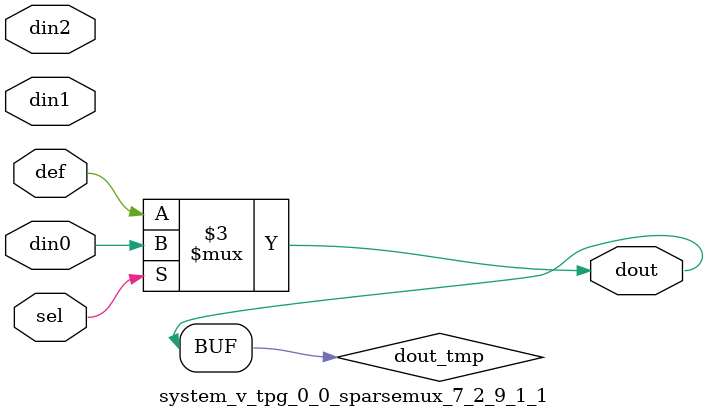
<source format=v>
`timescale 1ns / 1ps

module system_v_tpg_0_0_sparsemux_7_2_9_1_1 (din0,din1,din2,def,sel,dout);

parameter din0_WIDTH = 1;

parameter din1_WIDTH = 1;

parameter din2_WIDTH = 1;

parameter def_WIDTH = 1;
parameter sel_WIDTH = 1;
parameter dout_WIDTH = 1;

parameter [sel_WIDTH-1:0] CASE0 = 1;

parameter [sel_WIDTH-1:0] CASE1 = 1;

parameter [sel_WIDTH-1:0] CASE2 = 1;

parameter ID = 1;
parameter NUM_STAGE = 1;



input [din0_WIDTH-1:0] din0;

input [din1_WIDTH-1:0] din1;

input [din2_WIDTH-1:0] din2;

input [def_WIDTH-1:0] def;
input [sel_WIDTH-1:0] sel;

output [dout_WIDTH-1:0] dout;



reg [dout_WIDTH-1:0] dout_tmp;


always @ (*) begin
(* parallel_case *) case (sel)
    
    CASE0 : dout_tmp = din0;
    
    CASE1 : dout_tmp = din1;
    
    CASE2 : dout_tmp = din2;
    
    default : dout_tmp = def;
endcase
end


assign dout = dout_tmp;



endmodule

</source>
